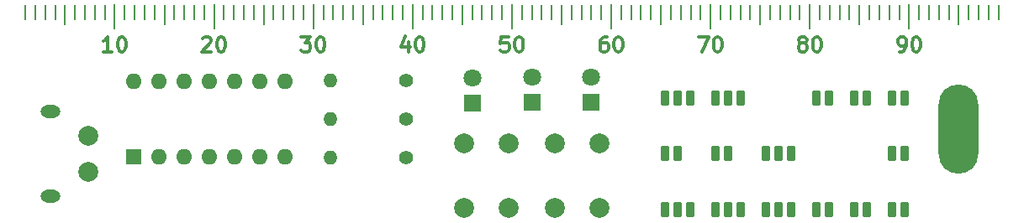
<source format=gts>
%TF.GenerationSoftware,KiCad,Pcbnew,(6.0.10)*%
%TF.CreationDate,2024-05-12T12:00:46+09:00*%
%TF.ProjectId,simpleLogicCircuit,73696d70-6c65-44c6-9f67-696343697263,rev?*%
%TF.SameCoordinates,Original*%
%TF.FileFunction,Soldermask,Top*%
%TF.FilePolarity,Negative*%
%FSLAX46Y46*%
G04 Gerber Fmt 4.6, Leading zero omitted, Abs format (unit mm)*
G04 Created by KiCad (PCBNEW (6.0.10)) date 2024-05-12 12:00:46*
%MOMM*%
%LPD*%
G01*
G04 APERTURE LIST*
G04 Aperture macros list*
%AMRoundRect*
0 Rectangle with rounded corners*
0 $1 Rounding radius*
0 $2 $3 $4 $5 $6 $7 $8 $9 X,Y pos of 4 corners*
0 Add a 4 corners polygon primitive as box body*
4,1,4,$2,$3,$4,$5,$6,$7,$8,$9,$2,$3,0*
0 Add four circle primitives for the rounded corners*
1,1,$1+$1,$2,$3*
1,1,$1+$1,$4,$5*
1,1,$1+$1,$6,$7*
1,1,$1+$1,$8,$9*
0 Add four rect primitives between the rounded corners*
20,1,$1+$1,$2,$3,$4,$5,0*
20,1,$1+$1,$4,$5,$6,$7,0*
20,1,$1+$1,$6,$7,$8,$9,0*
20,1,$1+$1,$8,$9,$2,$3,0*%
G04 Aperture macros list end*
%ADD10C,0.300000*%
%ADD11R,1.800000X1.800000*%
%ADD12C,1.800000*%
%ADD13RoundRect,0.225000X-0.225000X-0.525000X0.225000X-0.525000X0.225000X0.525000X-0.225000X0.525000X0*%
%ADD14C,1.400000*%
%ADD15O,1.400000X1.400000*%
%ADD16O,2.000000X1.300000*%
%ADD17C,2.000000*%
%ADD18R,1.600000X1.600000*%
%ADD19O,1.600000X1.600000*%
%ADD20O,4.000000X9.000000*%
%ADD21RoundRect,0.050000X-0.050000X-1.200000X0.050000X-1.200000X0.050000X1.200000X-0.050000X1.200000X0*%
%ADD22RoundRect,0.050000X-0.050000X-0.950000X0.050000X-0.950000X0.050000X0.950000X-0.050000X0.950000X0*%
%ADD23RoundRect,0.050000X-0.050000X-0.700000X0.050000X-0.700000X0.050000X0.700000X-0.050000X0.700000X0*%
G04 APERTURE END LIST*
D10*
%TO.C,REF\u002A\u002A*%
X119142857Y-33821428D02*
X119000000Y-33750000D01*
X118928571Y-33678571D01*
X118857142Y-33535714D01*
X118857142Y-33464285D01*
X118928571Y-33321428D01*
X119000000Y-33250000D01*
X119142857Y-33178571D01*
X119428571Y-33178571D01*
X119571428Y-33250000D01*
X119642857Y-33321428D01*
X119714285Y-33464285D01*
X119714285Y-33535714D01*
X119642857Y-33678571D01*
X119571428Y-33750000D01*
X119428571Y-33821428D01*
X119142857Y-33821428D01*
X119000000Y-33892857D01*
X118928571Y-33964285D01*
X118857142Y-34107142D01*
X118857142Y-34392857D01*
X118928571Y-34535714D01*
X119000000Y-34607142D01*
X119142857Y-34678571D01*
X119428571Y-34678571D01*
X119571428Y-34607142D01*
X119642857Y-34535714D01*
X119714285Y-34392857D01*
X119714285Y-34107142D01*
X119642857Y-33964285D01*
X119571428Y-33892857D01*
X119428571Y-33821428D01*
X120642857Y-33178571D02*
X120785714Y-33178571D01*
X120928571Y-33250000D01*
X121000000Y-33321428D01*
X121071428Y-33464285D01*
X121142857Y-33750000D01*
X121142857Y-34107142D01*
X121071428Y-34392857D01*
X121000000Y-34535714D01*
X120928571Y-34607142D01*
X120785714Y-34678571D01*
X120642857Y-34678571D01*
X120500000Y-34607142D01*
X120428571Y-34535714D01*
X120357142Y-34392857D01*
X120285714Y-34107142D01*
X120285714Y-33750000D01*
X120357142Y-33464285D01*
X120428571Y-33321428D01*
X120500000Y-33250000D01*
X120642857Y-33178571D01*
X58857142Y-33321428D02*
X58928571Y-33250000D01*
X59071428Y-33178571D01*
X59428571Y-33178571D01*
X59571428Y-33250000D01*
X59642857Y-33321428D01*
X59714285Y-33464285D01*
X59714285Y-33607142D01*
X59642857Y-33821428D01*
X58785714Y-34678571D01*
X59714285Y-34678571D01*
X60642857Y-33178571D02*
X60785714Y-33178571D01*
X60928571Y-33250000D01*
X61000000Y-33321428D01*
X61071428Y-33464285D01*
X61142857Y-33750000D01*
X61142857Y-34107142D01*
X61071428Y-34392857D01*
X61000000Y-34535714D01*
X60928571Y-34607142D01*
X60785714Y-34678571D01*
X60642857Y-34678571D01*
X60500000Y-34607142D01*
X60428571Y-34535714D01*
X60357142Y-34392857D01*
X60285714Y-34107142D01*
X60285714Y-33750000D01*
X60357142Y-33464285D01*
X60428571Y-33321428D01*
X60500000Y-33250000D01*
X60642857Y-33178571D01*
X108785714Y-33178571D02*
X109785714Y-33178571D01*
X109142857Y-34678571D01*
X110642857Y-33178571D02*
X110785714Y-33178571D01*
X110928571Y-33250000D01*
X111000000Y-33321428D01*
X111071428Y-33464285D01*
X111142857Y-33750000D01*
X111142857Y-34107142D01*
X111071428Y-34392857D01*
X111000000Y-34535714D01*
X110928571Y-34607142D01*
X110785714Y-34678571D01*
X110642857Y-34678571D01*
X110500000Y-34607142D01*
X110428571Y-34535714D01*
X110357142Y-34392857D01*
X110285714Y-34107142D01*
X110285714Y-33750000D01*
X110357142Y-33464285D01*
X110428571Y-33321428D01*
X110500000Y-33250000D01*
X110642857Y-33178571D01*
X89642857Y-33178571D02*
X88928571Y-33178571D01*
X88857142Y-33892857D01*
X88928571Y-33821428D01*
X89071428Y-33750000D01*
X89428571Y-33750000D01*
X89571428Y-33821428D01*
X89642857Y-33892857D01*
X89714285Y-34035714D01*
X89714285Y-34392857D01*
X89642857Y-34535714D01*
X89571428Y-34607142D01*
X89428571Y-34678571D01*
X89071428Y-34678571D01*
X88928571Y-34607142D01*
X88857142Y-34535714D01*
X90642857Y-33178571D02*
X90785714Y-33178571D01*
X90928571Y-33250000D01*
X91000000Y-33321428D01*
X91071428Y-33464285D01*
X91142857Y-33750000D01*
X91142857Y-34107142D01*
X91071428Y-34392857D01*
X91000000Y-34535714D01*
X90928571Y-34607142D01*
X90785714Y-34678571D01*
X90642857Y-34678571D01*
X90500000Y-34607142D01*
X90428571Y-34535714D01*
X90357142Y-34392857D01*
X90285714Y-34107142D01*
X90285714Y-33750000D01*
X90357142Y-33464285D01*
X90428571Y-33321428D01*
X90500000Y-33250000D01*
X90642857Y-33178571D01*
X129000000Y-34678571D02*
X129285714Y-34678571D01*
X129428571Y-34607142D01*
X129500000Y-34535714D01*
X129642857Y-34321428D01*
X129714285Y-34035714D01*
X129714285Y-33464285D01*
X129642857Y-33321428D01*
X129571428Y-33250000D01*
X129428571Y-33178571D01*
X129142857Y-33178571D01*
X129000000Y-33250000D01*
X128928571Y-33321428D01*
X128857142Y-33464285D01*
X128857142Y-33821428D01*
X128928571Y-33964285D01*
X129000000Y-34035714D01*
X129142857Y-34107142D01*
X129428571Y-34107142D01*
X129571428Y-34035714D01*
X129642857Y-33964285D01*
X129714285Y-33821428D01*
X130642857Y-33178571D02*
X130785714Y-33178571D01*
X130928571Y-33250000D01*
X131000000Y-33321428D01*
X131071428Y-33464285D01*
X131142857Y-33750000D01*
X131142857Y-34107142D01*
X131071428Y-34392857D01*
X131000000Y-34535714D01*
X130928571Y-34607142D01*
X130785714Y-34678571D01*
X130642857Y-34678571D01*
X130500000Y-34607142D01*
X130428571Y-34535714D01*
X130357142Y-34392857D01*
X130285714Y-34107142D01*
X130285714Y-33750000D01*
X130357142Y-33464285D01*
X130428571Y-33321428D01*
X130500000Y-33250000D01*
X130642857Y-33178571D01*
X49714285Y-34678571D02*
X48857142Y-34678571D01*
X49285714Y-34678571D02*
X49285714Y-33178571D01*
X49142857Y-33392857D01*
X49000000Y-33535714D01*
X48857142Y-33607142D01*
X50642857Y-33178571D02*
X50785714Y-33178571D01*
X50928571Y-33250000D01*
X51000000Y-33321428D01*
X51071428Y-33464285D01*
X51142857Y-33750000D01*
X51142857Y-34107142D01*
X51071428Y-34392857D01*
X51000000Y-34535714D01*
X50928571Y-34607142D01*
X50785714Y-34678571D01*
X50642857Y-34678571D01*
X50500000Y-34607142D01*
X50428571Y-34535714D01*
X50357142Y-34392857D01*
X50285714Y-34107142D01*
X50285714Y-33750000D01*
X50357142Y-33464285D01*
X50428571Y-33321428D01*
X50500000Y-33250000D01*
X50642857Y-33178571D01*
X79571428Y-33678571D02*
X79571428Y-34678571D01*
X79214285Y-33107142D02*
X78857142Y-34178571D01*
X79785714Y-34178571D01*
X80642857Y-33178571D02*
X80785714Y-33178571D01*
X80928571Y-33250000D01*
X81000000Y-33321428D01*
X81071428Y-33464285D01*
X81142857Y-33750000D01*
X81142857Y-34107142D01*
X81071428Y-34392857D01*
X81000000Y-34535714D01*
X80928571Y-34607142D01*
X80785714Y-34678571D01*
X80642857Y-34678571D01*
X80500000Y-34607142D01*
X80428571Y-34535714D01*
X80357142Y-34392857D01*
X80285714Y-34107142D01*
X80285714Y-33750000D01*
X80357142Y-33464285D01*
X80428571Y-33321428D01*
X80500000Y-33250000D01*
X80642857Y-33178571D01*
X68785714Y-33178571D02*
X69714285Y-33178571D01*
X69214285Y-33750000D01*
X69428571Y-33750000D01*
X69571428Y-33821428D01*
X69642857Y-33892857D01*
X69714285Y-34035714D01*
X69714285Y-34392857D01*
X69642857Y-34535714D01*
X69571428Y-34607142D01*
X69428571Y-34678571D01*
X69000000Y-34678571D01*
X68857142Y-34607142D01*
X68785714Y-34535714D01*
X70642857Y-33178571D02*
X70785714Y-33178571D01*
X70928571Y-33250000D01*
X71000000Y-33321428D01*
X71071428Y-33464285D01*
X71142857Y-33750000D01*
X71142857Y-34107142D01*
X71071428Y-34392857D01*
X71000000Y-34535714D01*
X70928571Y-34607142D01*
X70785714Y-34678571D01*
X70642857Y-34678571D01*
X70500000Y-34607142D01*
X70428571Y-34535714D01*
X70357142Y-34392857D01*
X70285714Y-34107142D01*
X70285714Y-33750000D01*
X70357142Y-33464285D01*
X70428571Y-33321428D01*
X70500000Y-33250000D01*
X70642857Y-33178571D01*
X99571428Y-33178571D02*
X99285714Y-33178571D01*
X99142857Y-33250000D01*
X99071428Y-33321428D01*
X98928571Y-33535714D01*
X98857142Y-33821428D01*
X98857142Y-34392857D01*
X98928571Y-34535714D01*
X99000000Y-34607142D01*
X99142857Y-34678571D01*
X99428571Y-34678571D01*
X99571428Y-34607142D01*
X99642857Y-34535714D01*
X99714285Y-34392857D01*
X99714285Y-34035714D01*
X99642857Y-33892857D01*
X99571428Y-33821428D01*
X99428571Y-33750000D01*
X99142857Y-33750000D01*
X99000000Y-33821428D01*
X98928571Y-33892857D01*
X98857142Y-34035714D01*
X100642857Y-33178571D02*
X100785714Y-33178571D01*
X100928571Y-33250000D01*
X101000000Y-33321428D01*
X101071428Y-33464285D01*
X101142857Y-33750000D01*
X101142857Y-34107142D01*
X101071428Y-34392857D01*
X101000000Y-34535714D01*
X100928571Y-34607142D01*
X100785714Y-34678571D01*
X100642857Y-34678571D01*
X100500000Y-34607142D01*
X100428571Y-34535714D01*
X100357142Y-34392857D01*
X100285714Y-34107142D01*
X100285714Y-33750000D01*
X100357142Y-33464285D01*
X100428571Y-33321428D01*
X100500000Y-33250000D01*
X100642857Y-33178571D01*
%TD*%
D11*
%TO.C,X1*%
X86000000Y-39880000D03*
D12*
X86000000Y-37340000D03*
%TD*%
D13*
%TO.C,AND*%
X105435000Y-44952500D03*
X106705000Y-44952500D03*
X110515000Y-44952500D03*
X111785000Y-44952500D03*
X115595000Y-44952500D03*
X116865000Y-44952500D03*
X118135000Y-44952500D03*
X128295000Y-44952500D03*
X129565000Y-44952500D03*
%TD*%
D11*
%TO.C,X2*%
X92000000Y-39775000D03*
D12*
X92000000Y-37235000D03*
%TD*%
D11*
%TO.C,Y*%
X98000000Y-39775000D03*
D12*
X98000000Y-37235000D03*
%TD*%
D14*
%TO.C,R3*%
X79310000Y-45400000D03*
D15*
X71690000Y-45400000D03*
%TD*%
D16*
%TO.C,USB-CPWR*%
X43525000Y-40700000D03*
X43525000Y-49300000D03*
D17*
X47325000Y-46800000D03*
X47325000Y-43200000D03*
%TD*%
%TO.C,SW2*%
X94350000Y-50450000D03*
X94350000Y-43950000D03*
X98850000Y-43950000D03*
X98850000Y-50450000D03*
%TD*%
D14*
%TO.C,R2*%
X79310000Y-41500000D03*
D15*
X71690000Y-41500000D03*
%TD*%
D18*
%TO.C,74HC00*%
X51875000Y-45300000D03*
D19*
X54415000Y-45300000D03*
X56955000Y-45300000D03*
X59495000Y-45300000D03*
X62035000Y-45300000D03*
X64575000Y-45300000D03*
X67115000Y-45300000D03*
X67115000Y-37680000D03*
X64575000Y-37680000D03*
X62035000Y-37680000D03*
X59495000Y-37680000D03*
X56955000Y-37680000D03*
X54415000Y-37680000D03*
X51875000Y-37680000D03*
%TD*%
D13*
%TO.C,XOR*%
X105435000Y-50600000D03*
X106705000Y-50600000D03*
X107975000Y-50600000D03*
X110515000Y-50600000D03*
X111785000Y-50600000D03*
X113055000Y-50600000D03*
X115595000Y-50600000D03*
X116865000Y-50600000D03*
X118135000Y-50600000D03*
X120675000Y-50600000D03*
X121945000Y-50600000D03*
X124485000Y-50600000D03*
X125755000Y-50600000D03*
X128295000Y-50600000D03*
X129565000Y-50600000D03*
%TD*%
%TO.C,OR*%
X105435000Y-39400000D03*
X106705000Y-39400000D03*
X107975000Y-39400000D03*
X110515000Y-39400000D03*
X111785000Y-39400000D03*
X113055000Y-39400000D03*
X120675000Y-39400000D03*
X121945000Y-39400000D03*
X124485000Y-39400000D03*
X125755000Y-39400000D03*
X128295000Y-39400000D03*
X129565000Y-39400000D03*
%TD*%
D20*
%TO.C,REF\u002A\u002A*%
X135000000Y-42500000D03*
%TD*%
D17*
%TO.C,SW1*%
X85150000Y-50450000D03*
X85150000Y-43950000D03*
X89650000Y-50450000D03*
X89650000Y-43950000D03*
%TD*%
D21*
%TO.C,REF\u002A\u002A*%
X60000000Y-31200000D03*
X70000000Y-31200000D03*
X130000000Y-31200000D03*
X90000000Y-31200000D03*
X120000000Y-31200000D03*
X110000000Y-31200000D03*
X80000000Y-31200000D03*
X100000000Y-31200000D03*
X50000000Y-31200000D03*
D22*
X135000000Y-30950000D03*
X75000000Y-30950000D03*
X115000000Y-30950000D03*
X95000000Y-30950000D03*
X55000000Y-30950000D03*
X125000000Y-30950000D03*
X105000000Y-30950000D03*
X85000000Y-30950000D03*
X45000000Y-30950000D03*
X65000000Y-30950000D03*
D23*
X74000000Y-30700000D03*
X64000000Y-30700000D03*
X44000000Y-30700000D03*
X94000000Y-30700000D03*
X84000000Y-30700000D03*
X114000000Y-30700000D03*
X134000000Y-30700000D03*
X124000000Y-30700000D03*
X104000000Y-30700000D03*
X54000000Y-30700000D03*
X103000000Y-30700000D03*
X83000000Y-30700000D03*
X53000000Y-30700000D03*
X93000000Y-30700000D03*
X113000000Y-30700000D03*
X73000000Y-30700000D03*
X63000000Y-30700000D03*
X123000000Y-30700000D03*
X133000000Y-30700000D03*
X43000000Y-30700000D03*
X62000000Y-30700000D03*
X82000000Y-30700000D03*
X102000000Y-30700000D03*
X122000000Y-30700000D03*
X92000000Y-30700000D03*
X132000000Y-30700000D03*
X42000000Y-30700000D03*
X52000000Y-30700000D03*
X72000000Y-30700000D03*
X112000000Y-30700000D03*
X121000000Y-30700000D03*
X81000000Y-30700000D03*
X71000000Y-30700000D03*
X41000000Y-30700000D03*
X111000000Y-30700000D03*
X131000000Y-30700000D03*
X101000000Y-30700000D03*
X91000000Y-30700000D03*
X51000000Y-30700000D03*
X61000000Y-30700000D03*
X76000000Y-30700000D03*
X106000000Y-30700000D03*
X46000000Y-30700000D03*
X96000000Y-30700000D03*
X126000000Y-30700000D03*
X56000000Y-30700000D03*
X66000000Y-30700000D03*
X136000000Y-30700000D03*
X116000000Y-30700000D03*
X86000000Y-30700000D03*
X77000000Y-30700000D03*
X47000000Y-30700000D03*
X87000000Y-30700000D03*
X117000000Y-30700000D03*
X137000000Y-30700000D03*
X67000000Y-30700000D03*
X57000000Y-30700000D03*
X127000000Y-30700000D03*
X97000000Y-30700000D03*
X107000000Y-30700000D03*
X108000000Y-30700000D03*
X68000000Y-30700000D03*
X48000000Y-30700000D03*
X138000000Y-30700000D03*
X128000000Y-30700000D03*
X78000000Y-30700000D03*
X88000000Y-30700000D03*
X118000000Y-30700000D03*
X58000000Y-30700000D03*
X98000000Y-30700000D03*
X79000000Y-30700000D03*
X99000000Y-30700000D03*
X119000000Y-30700000D03*
X49000000Y-30700000D03*
X129000000Y-30700000D03*
X89000000Y-30700000D03*
X69000000Y-30700000D03*
X59000000Y-30700000D03*
X109000000Y-30700000D03*
X139000000Y-30700000D03*
%TD*%
D14*
%TO.C,R1*%
X79310000Y-37600000D03*
D15*
X71690000Y-37600000D03*
%TD*%
M02*

</source>
